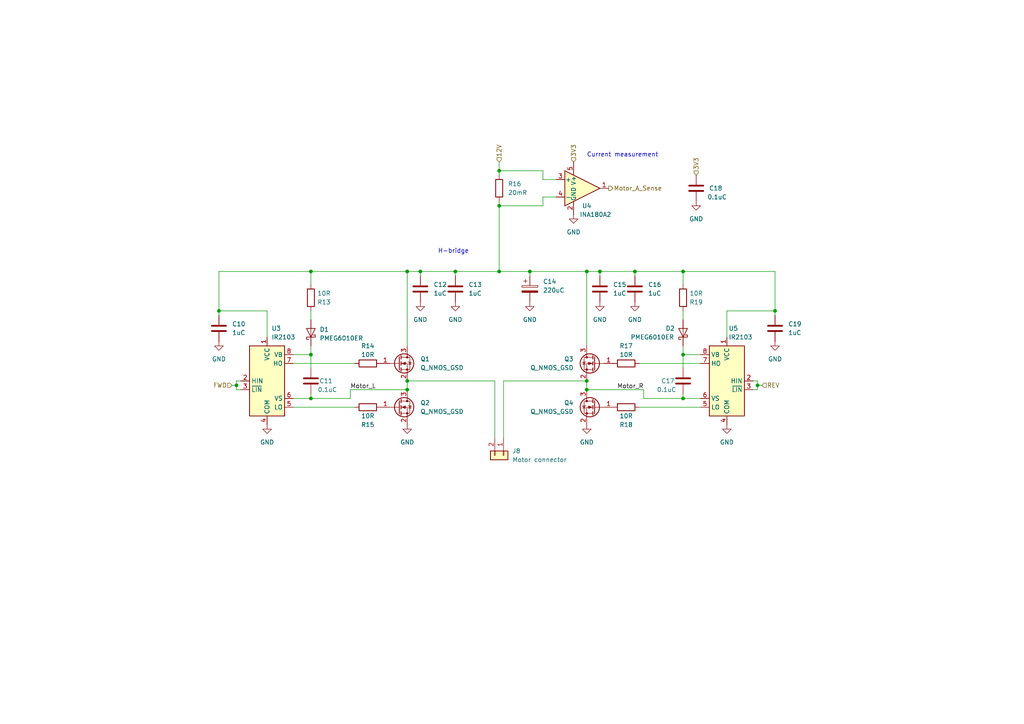
<source format=kicad_sch>
(kicad_sch (version 20211123) (generator eeschema)
  (paper "A4")
  (lib_symbols
    (symbol "Amplifier_Current:INA180A1" (pin_names (offset 0.127))
      (property "Reference" "U" (at 3.81 3.81 0))
      (property "Value" "INA180A1" (at 3.81 -2.54 0))
      (symbol "INA180A1_0_1"
        (polyline (pts (xy 5.08 0) (xy -5.08 5.08) (xy -5.08 -5.08) (xy 5.08 0)) (stroke (width 0.254)) (fill (type background)))
      )
      (symbol "INA180A1_1_1"
        (pin output line (at 7.62 0 180) (length 2.54) (name "~") (number "1"))
        (pin power_in line (at -2.54 -7.62 90) (length 3.81) (name "GND") (number "2"))
        (pin input line (at -7.62 2.54 0) (length 2.54) (name "+") (number "3"))
        (pin input line (at -7.62 -2.54 0) (length 2.54) (name "-") (number "4"))
        (pin power_in line (at -2.54 7.62 270) (length 3.81) (name "V+") (number "5"))
      )
    )
    (symbol "Connector_Generic:Conn_01x02" (pin_names (offset 1.016) hide)
      (property "Reference" "J" (at 0 2.54 0))
      (property "Value" "Conn_01x02" (at 0 -5.08 0))
      (symbol "Conn_01x02_1_1"
        (rectangle (start -1.27 -2.413) (end 0 -2.667) (stroke (width 0.1524)))
        (rectangle (start -1.27 0.127) (end 0 -0.127) (stroke (width 0.1524)))
        (rectangle (start -1.27 1.27) (end 1.27 -3.81) (stroke (width 0.254)) (fill (type background)))
        (pin passive line (at -5.08 0 0) (length 3.81) (name "Pin_1") (number "1"))
        (pin passive line (at -5.08 -2.54 0) (length 3.81) (name "Pin_2") (number "2"))
      )
    )
    (symbol "Device:C" (pin_numbers hide) (pin_names (offset 0.254))
      (property "Reference" "C" (at 0.635 2.54 0))
      (property "Value" "C" (at 0.635 -2.54 0))
      (symbol "C_0_1"
        (polyline (pts (xy -2.032 -0.762) (xy 2.032 -0.762)) (stroke (width 0.508)))
        (polyline (pts (xy -2.032 0.762) (xy 2.032 0.762)) (stroke (width 0.508)))
      )
      (symbol "C_1_1"
        (pin passive line (at 0 3.81 270) (length 2.794) (name "~") (number "1"))
        (pin passive line (at 0 -3.81 90) (length 2.794) (name "~") (number "2"))
      )
    )
    (symbol "Device:C_Polarized" (pin_numbers hide) (pin_names (offset 0.254))
      (property "Reference" "C" (at 0.635 2.54 0))
      (property "Value" "C_Polarized" (at 0.635 -2.54 0))
      (symbol "C_Polarized_0_1"
        (rectangle (start -2.286 0.508) (end 2.286 1.016))
        (polyline (pts (xy -1.778 2.286) (xy -0.762 2.286)))
        (polyline (pts (xy -1.27 2.794) (xy -1.27 1.778)))
        (rectangle (start 2.286 -0.508) (end -2.286 -1.016) (fill (type outline)))
      )
      (symbol "C_Polarized_1_1"
        (pin passive line (at 0 3.81 270) (length 2.794) (name "~") (number "1"))
        (pin passive line (at 0 -3.81 90) (length 2.794) (name "~") (number "2"))
      )
    )
    (symbol "Device:Q_NMOS_GSD" (pin_names (offset 0) hide)
      (property "Reference" "Q" (at 5.08 1.27 0))
      (property "Value" "Q_NMOS_GSD" (at 5.08 -1.27 0))
      (symbol "Q_NMOS_GSD_0_1"
        (polyline (pts (xy 0.254 0) (xy -2.54 0)))
        (polyline (pts (xy 0.254 1.905) (xy 0.254 -1.905)) (stroke (width 0.254)))
        (polyline (pts (xy 0.762 -1.27) (xy 0.762 -2.286)) (stroke (width 0.254)))
        (polyline (pts (xy 0.762 0.508) (xy 0.762 -0.508)) (stroke (width 0.254)))
        (polyline (pts (xy 0.762 2.286) (xy 0.762 1.27)) (stroke (width 0.254)))
        (polyline (pts (xy 2.54 2.54) (xy 2.54 1.778)))
        (polyline (pts (xy 2.54 -2.54) (xy 2.54 0) (xy 0.762 0)))
        (polyline (pts (xy 0.762 -1.778) (xy 3.302 -1.778) (xy 3.302 1.778) (xy 0.762 1.778)))
        (polyline (pts (xy 1.016 0) (xy 2.032 0.381) (xy 2.032 -0.381) (xy 1.016 0)) (fill (type outline)))
        (polyline (pts (xy 2.794 0.508) (xy 2.921 0.381) (xy 3.683 0.381) (xy 3.81 0.254)))
        (polyline (pts (xy 3.302 0.381) (xy 2.921 -0.254) (xy 3.683 -0.254) (xy 3.302 0.381)))
        (circle (center 1.651 0) (radius 2.794) (stroke (width 0.254)))
        (circle (center 2.54 -1.778) (radius 0.254) (fill (type outline)))
        (circle (center 2.54 1.778) (radius 0.254) (fill (type outline)))
      )
      (symbol "Q_NMOS_GSD_1_1"
        (pin input line (at -5.08 0 0) (length 2.54) (name "G") (number "1"))
        (pin passive line (at 2.54 -5.08 90) (length 2.54) (name "S") (number "2"))
        (pin passive line (at 2.54 5.08 270) (length 2.54) (name "D") (number "3"))
      )
    )
    (symbol "Device:R" (pin_numbers hide) (pin_names (offset 0))
      (property "Reference" "R" (at 2.032 0 90))
      (property "Value" "R" (at 0 0 90))
      (symbol "R_0_1"
        (rectangle (start -1.016 -2.54) (end 1.016 2.54) (stroke (width 0.254)))
      )
      (symbol "R_1_1"
        (pin passive line (at 0 3.81 270) (length 1.27) (name "~") (number "1"))
        (pin passive line (at 0 -3.81 90) (length 1.27) (name "~") (number "2"))
      )
    )
    (symbol "Diode:PMEG6010ER" (pin_numbers hide) (pin_names hide)
      (property "Reference" "D" (at 0 2.54 0))
      (property "Value" "PMEG6010ER" (at 0 -2.54 0))
      (symbol "PMEG6010ER_0_1"
        (polyline (pts (xy 1.27 0) (xy -1.27 0)))
        (polyline (pts (xy 1.27 1.27) (xy 1.27 -1.27) (xy -1.27 0) (xy 1.27 1.27)) (stroke (width 0.2032)))
        (polyline (pts (xy -1.905 0.635) (xy -1.905 1.27) (xy -1.27 1.27) (xy -1.27 -1.27) (xy -0.635 -1.27) (xy -0.635 -0.635)) (stroke (width 0.2032)))
      )
      (symbol "PMEG6010ER_1_1"
        (pin passive line (at -3.81 0 0) (length 2.54) (name "K") (number "1"))
        (pin passive line (at 3.81 0 180) (length 2.54) (name "A") (number "2"))
      )
    )
    (symbol "Driver_FET:IR2103"
      (property "Reference" "U" (at 1.27 13.335 0))
      (property "Value" "IR2103" (at 1.27 11.43 0))
      (symbol "IR2103_0_1"
        (rectangle (start -5.08 -10.16) (end 5.08 10.16) (stroke (width 0.254)) (fill (type background)))
      )
      (symbol "IR2103_1_1"
        (pin power_in line (at 0 12.7 270) (length 2.54) (name "VCC") (number "1"))
        (pin input line (at -7.62 0 0) (length 2.54) (name "HIN") (number "2"))
        (pin input line (at -7.62 -2.54 0) (length 2.54) (name "~{LIN}") (number "3"))
        (pin power_in line (at 0 -12.7 90) (length 2.54) (name "COM") (number "4"))
        (pin output line (at 7.62 -7.62 180) (length 2.54) (name "LO") (number "5"))
        (pin passive line (at 7.62 -5.08 180) (length 2.54) (name "VS") (number "6"))
        (pin output line (at 7.62 5.08 180) (length 2.54) (name "HO") (number "7"))
        (pin passive line (at 7.62 7.62 180) (length 2.54) (name "VB") (number "8"))
      )
    )
    (symbol "power:GND" (power) (pin_names (offset 0))
      (property "Value" "GND" (at 0 -3.81 0))
      (symbol "GND_0_1"
        (polyline (pts (xy 0 0) (xy 0 -1.27) (xy 1.27 -1.27) (xy 0 -2.54) (xy -1.27 -1.27) (xy 0 -1.27)))
      )
      (symbol "GND_1_1"
        (pin power_in line (at 0 0 270) (length 0) hide (name "GND") (number "1"))
      )
    )
  )
  (junction (at 170.18 78.74))
  (junction (at 173.99 78.74))
  (junction (at 170.18 110.49))
  (junction (at 184.15 78.74))
  (junction (at 118.11 110.49))
  (junction (at 144.78 59.69))
  (junction (at 198.12 102.87))
  (junction (at 121.92 78.74))
  (junction (at 170.18 113.03))
  (junction (at 63.5 90.17))
  (junction (at 118.11 113.03))
  (junction (at 132.08 78.74))
  (junction (at 198.12 78.74))
  (junction (at 68.58 111.76))
  (junction (at 144.78 78.74))
  (junction (at 118.11 78.74))
  (junction (at 198.12 115.57))
  (junction (at 90.17 78.74))
  (junction (at 224.79 90.17))
  (junction (at 90.17 115.57))
  (junction (at 219.71 111.76))
  (junction (at 144.78 49.53))
  (junction (at 90.17 102.87))
  (junction (at 153.67 78.74))
  (wire (pts (xy 203.2 115.57) (xy 198.12 115.57)))
  (wire (pts (xy 184.15 80.01) (xy 184.15 78.74)))
  (wire (pts (xy 198.12 115.57) (xy 186.69 115.57)))
  (wire (pts (xy 101.6 115.57) (xy 90.17 115.57)))
  (wire (pts (xy 198.12 114.3) (xy 198.12 115.57)))
  (wire (pts (xy 186.69 115.57) (xy 186.69 113.03)))
  (wire (pts (xy 144.78 59.69) (xy 144.78 78.74)))
  (wire (pts (xy 90.17 90.17) (xy 90.17 92.71)))
  (wire (pts (xy 146.05 110.49) (xy 170.18 110.49)))
  (wire (pts (xy 218.44 113.03) (xy 219.71 113.03)))
  (wire (pts (xy 144.78 78.74) (xy 153.67 78.74)))
  (wire (pts (xy 224.79 90.17) (xy 224.79 91.44)))
  (wire (pts (xy 210.82 97.79) (xy 210.82 90.17)))
  (wire (pts (xy 68.58 110.49) (xy 68.58 111.76)))
  (wire (pts (xy 144.78 49.53) (xy 144.78 46.99)))
  (wire (pts (xy 219.71 110.49) (xy 218.44 110.49)))
  (wire (pts (xy 198.12 102.87) (xy 203.2 102.87)))
  (wire (pts (xy 198.12 102.87) (xy 198.12 106.68)))
  (wire (pts (xy 198.12 100.33) (xy 198.12 102.87)))
  (wire (pts (xy 118.11 110.49) (xy 118.11 113.03)))
  (wire (pts (xy 118.11 110.49) (xy 143.51 110.49)))
  (wire (pts (xy 161.29 57.15) (xy 157.48 57.15)))
  (wire (pts (xy 144.78 58.42) (xy 144.78 59.69)))
  (wire (pts (xy 219.71 110.49) (xy 219.71 111.76)))
  (wire (pts (xy 69.85 113.03) (xy 68.58 113.03)))
  (wire (pts (xy 219.71 111.76) (xy 220.98 111.76)))
  (wire (pts (xy 157.48 57.15) (xy 157.48 59.69)))
  (wire (pts (xy 224.79 78.74) (xy 224.79 90.17)))
  (wire (pts (xy 157.48 52.07) (xy 157.48 49.53)))
  (wire (pts (xy 77.47 97.79) (xy 77.47 90.17)))
  (wire (pts (xy 198.12 78.74) (xy 198.12 82.55)))
  (wire (pts (xy 144.78 50.8) (xy 144.78 49.53)))
  (wire (pts (xy 90.17 78.74) (xy 90.17 82.55)))
  (wire (pts (xy 170.18 113.03) (xy 186.69 113.03)))
  (wire (pts (xy 157.48 59.69) (xy 144.78 59.69)))
  (wire (pts (xy 210.82 90.17) (xy 224.79 90.17)))
  (wire (pts (xy 157.48 49.53) (xy 144.78 49.53)))
  (wire (pts (xy 198.12 78.74) (xy 224.79 78.74)))
  (wire (pts (xy 85.09 105.41) (xy 102.87 105.41)))
  (wire (pts (xy 63.5 90.17) (xy 63.5 91.44)))
  (wire (pts (xy 143.51 110.49) (xy 143.51 127)))
  (wire (pts (xy 90.17 115.57) (xy 85.09 115.57)))
  (wire (pts (xy 121.92 78.74) (xy 121.92 80.01)))
  (wire (pts (xy 185.42 118.11) (xy 203.2 118.11)))
  (wire (pts (xy 153.67 78.74) (xy 153.67 80.01)))
  (wire (pts (xy 132.08 78.74) (xy 144.78 78.74)))
  (wire (pts (xy 67.31 111.76) (xy 68.58 111.76)))
  (wire (pts (xy 118.11 78.74) (xy 118.11 100.33)))
  (wire (pts (xy 85.09 118.11) (xy 102.87 118.11)))
  (wire (pts (xy 118.11 78.74) (xy 121.92 78.74)))
  (wire (pts (xy 184.15 78.74) (xy 198.12 78.74)))
  (wire (pts (xy 101.6 113.03) (xy 101.6 115.57)))
  (wire (pts (xy 173.99 78.74) (xy 170.18 78.74)))
  (wire (pts (xy 77.47 90.17) (xy 63.5 90.17)))
  (wire (pts (xy 219.71 111.76) (xy 219.71 113.03)))
  (wire (pts (xy 198.12 90.17) (xy 198.12 92.71)))
  (wire (pts (xy 90.17 78.74) (xy 118.11 78.74)))
  (wire (pts (xy 63.5 78.74) (xy 90.17 78.74)))
  (wire (pts (xy 63.5 78.74) (xy 63.5 90.17)))
  (wire (pts (xy 90.17 100.33) (xy 90.17 102.87)))
  (wire (pts (xy 170.18 78.74) (xy 170.18 100.33)))
  (wire (pts (xy 118.11 113.03) (xy 101.6 113.03)))
  (wire (pts (xy 90.17 102.87) (xy 90.17 106.68)))
  (wire (pts (xy 173.99 78.74) (xy 173.99 80.01)))
  (wire (pts (xy 185.42 105.41) (xy 203.2 105.41)))
  (wire (pts (xy 184.15 78.74) (xy 173.99 78.74)))
  (wire (pts (xy 68.58 111.76) (xy 68.58 113.03)))
  (wire (pts (xy 170.18 110.49) (xy 170.18 113.03)))
  (wire (pts (xy 68.58 110.49) (xy 69.85 110.49)))
  (wire (pts (xy 85.09 102.87) (xy 90.17 102.87)))
  (wire (pts (xy 161.29 52.07) (xy 157.48 52.07)))
  (wire (pts (xy 90.17 114.3) (xy 90.17 115.57)))
  (wire (pts (xy 153.67 78.74) (xy 170.18 78.74)))
  (wire (pts (xy 132.08 78.74) (xy 132.08 80.01)))
  (wire (pts (xy 121.92 78.74) (xy 132.08 78.74)))
  (wire (pts (xy 146.05 110.49) (xy 146.05 127)))
  (text "Current measurement" (at 170.18 45.72 0) (effects (font (size 1.27 1.27)) (justify left bottom)))
  (text "H-bridge" (at 127 73.66 0) (effects (font (size 1.27 1.27)) (justify left bottom)))
  (label "Motor_R" (at 186.69 113.03 180))
  (label "Motor_L" (at 101.6 113.03 0))
  (hierarchical_label "12V" (shape input) (at 144.78 46.99 90))
  (hierarchical_label "REV" (shape input) (at 220.98 111.76 0))
  (hierarchical_label "FWD" (shape input) (at 67.31 111.76 180))
  (hierarchical_label "Motor_A_Sense" (shape output) (at 176.53 54.61 0))
  (hierarchical_label "3V3" (shape input) (at 201.93 50.8 90))
  (hierarchical_label "3V3" (shape input) (at 166.37 46.99 90))
  (symbol (lib_id "power:GND") (at 173.99 87.63 0) (unit 1)
    (property "Reference" "#PWR042" (effects hide))
    (property "Value" "GND" (at 173.99 92.71 0))
  )
  (symbol (lib_id "Device:C") (at 224.79 95.25 0) (unit 1)
    (property "Reference" "C19" (at 228.6 93.9799 0) (effects (justify left)))
    (property "Value" "1uC" (at 228.6 96.5199 0) (effects (justify left)))
    (property "Footprint" "Capacitor_SMD:C_0805_2012Metric_Pad1.18x1.45mm_HandSolder" (effects hide))
    (property "Datasheet" "https://datasheet.lcsc.com/lcsc/1810201241_Murata-Electronics-GCM21BR71E105KA56L_C85865.pdf" (effects hide))
    (property "Manufacturer Part Number" "GCM21BR71E105KA56L" (effects hide))
  )
  (symbol (lib_id "Driver_FET:IR2103") (at 77.47 110.49 0) (unit 1)
    (property "Reference" "U3" (at 78.74 95.25 0) (effects (justify left)))
    (property "Value" "IR2103" (at 78.74 97.79 0) (effects (justify left)))
    (property "Footprint" "Package_SO:SOIC-8_3.9x4.9mm_P1.27mm" (effects hide))
    (property "Datasheet" "https://datasheet.lcsc.com/lcsc/1810041210_Infineon-Technologies-IR2103STRPBF_C2957.pdf" (effects hide))
    (property "Manufacturer Part Number" "IR2103STRPBF" (effects hide))
  )
  (symbol (lib_id "Device:R") (at 181.61 118.11 90) (unit 1)
    (property "Reference" "R18" (at 181.61 123.19 90))
    (property "Value" "10R" (at 181.61 120.65 90))
    (property "Footprint" "Resistor_SMD:R_0805_2012Metric_Pad1.20x1.40mm_HandSolder" (effects hide))
    (property "Datasheet" "https://datasheet.lcsc.com/lcsc/1810311320_YAGEO-AC0805JR-0710RL_C144537.pdf" (effects hide))
    (property "Manufacturer Part Number" "AC0805JR-0710RL" (effects hide))
  )
  (symbol (lib_id "Diode:PMEG6010ER") (at 198.12 96.52 90) (unit 1)
    (property "Reference" "D2" (at 193.04 95.25 90) (effects (justify right)))
    (property "Value" "PMEG6010ER" (at 182.88 97.79 90) (effects (justify right)))
    (property "Footprint" "Diode_SMD:Nexperia_CFP3_SOD-123W" (effects hide))
    (property "Datasheet" "https://datasheet.lcsc.com/lcsc/1912111437_Nexperia-PMEG6010ER-115_C456121.pdf" (effects hide))
    (property "Manufacturer Part Number" "PMEG6010ER,115" (effects hide))
  )
  (symbol (lib_id "power:GND") (at 170.18 123.19 0) (unit 1)
    (property "Reference" "#PWR041" (effects hide))
    (property "Value" "GND" (at 170.18 128.27 0))
  )
  (symbol (lib_id "Device:R") (at 106.68 118.11 90) (unit 1)
    (property "Reference" "R15" (at 106.68 123.19 90))
    (property "Value" "10R" (at 106.68 120.65 90))
    (property "Footprint" "Resistor_SMD:R_0805_2012Metric_Pad1.20x1.40mm_HandSolder" (effects hide))
    (property "Datasheet" "https://datasheet.lcsc.com/lcsc/1810311320_YAGEO-AC0805JR-0710RL_C144537.pdf" (effects hide))
    (property "Manufacturer Part Number" "AC0805JR-0710RL" (effects hide))
  )
  (symbol (lib_id "power:GND") (at 166.37 62.23 0) (unit 1)
    (property "Reference" "#PWR040" (effects hide))
    (property "Value" "GND" (at 166.37 67.31 0))
  )
  (symbol (lib_id "Driver_FET:IR2103") (at 210.82 110.49 0) (mirror y) (unit 1)
    (property "Reference" "U5" (at 211.3406 95.25 0) (effects (justify right)))
    (property "Value" "IR2103" (at 211.3406 97.79 0) (effects (justify right)))
    (property "Footprint" "Package_SO:SOIC-8_3.9x4.9mm_P1.27mm" (effects hide))
    (property "Datasheet" "https://datasheet.lcsc.com/lcsc/1810041210_Infineon-Technologies-IR2103STRPBF_C2957.pdf" (effects hide))
    (property "Manufacturer Part Number" "IR2103STRPBF" (effects hide))
  )
  (symbol (lib_id "Connector_Generic:Conn_01x02") (at 146.05 132.08 270) (unit 1)
    (property "Reference" "J8" (at 148.59 130.8099 90) (effects (justify left)))
    (property "Value" "Motor connector" (at 148.59 133.3499 90) (effects (justify left)))
    (property "Footprint" "Connector_custom:HC-2510-2A" (effects hide))
    (property "Datasheet" "https://datasheet.lcsc.com/lcsc/2203111830_HCTL-HC-2510-2A_C2982031.pdf" (effects hide))
    (property "Manufacturer Part Number" "HC-2510-2A" (effects hide))
  )
  (symbol (lib_id "power:GND") (at 118.11 123.19 0) (unit 1)
    (property "Reference" "#PWR036" (effects hide))
    (property "Value" "GND" (at 118.11 128.27 0))
  )
  (symbol (lib_id "Device:C") (at 201.93 54.61 0) (mirror y) (unit 1)
    (property "Reference" "C18" (at 209.55 54.61 0) (effects (justify left)))
    (property "Value" "0.1uC" (at 210.82 57.15 0) (effects (justify left)))
    (property "Footprint" "Capacitor_SMD:C_0805_2012Metric_Pad1.18x1.45mm_HandSolder" (effects hide))
    (property "Datasheet" "https://datasheet.lcsc.com/lcsc/2006111832_YAGEO-CC0805KRX7R8BB104_C519981.pdf" (effects hide))
    (property "Manufacturer Part Number" "CC0805KRX7R8BB104" (effects hide))
  )
  (symbol (lib_id "Device:C") (at 90.17 110.49 0) (mirror y) (unit 1)
    (property "Reference" "C11" (at 96.52 110.49 0) (effects (justify left)))
    (property "Value" "0.1uC" (at 97.79 113.03 0) (effects (justify left)))
    (property "Footprint" "Capacitor_SMD:C_0805_2012Metric_Pad1.18x1.45mm_HandSolder" (effects hide))
    (property "Datasheet" "https://datasheet.lcsc.com/lcsc/2006111832_YAGEO-CC0805KRX7R8BB104_C519981.pdf" (effects hide))
    (property "Manufacturer Part Number" "CC0805KRX7R8BB104" (effects hide))
  )
  (symbol (lib_id "power:GND") (at 77.47 123.19 0) (unit 1)
    (property "Reference" "#PWR035" (effects hide))
    (property "Value" "GND" (at 77.47 128.27 0))
  )
  (symbol (lib_id "Device:Q_NMOS_GSD") (at 115.57 118.11 0) (unit 1)
    (property "Reference" "Q2" (at 121.92 116.8399 0) (effects (justify left)))
    (property "Value" "Q_NMOS_GSD" (at 121.92 119.3799 0) (effects (justify left)))
    (property "Footprint" "Package_TO_SOT_SMD:SOT-23" (effects hide))
  )
  (symbol (lib_id "Device:C") (at 184.15 83.82 0) (unit 1)
    (property "Reference" "C16" (at 187.96 82.5499 0) (effects (justify left)))
    (property "Value" "1uC" (at 187.96 85.0899 0) (effects (justify left)))
    (property "Footprint" "Capacitor_SMD:C_0805_2012Metric_Pad1.18x1.45mm_HandSolder" (effects hide))
    (property "Datasheet" "https://datasheet.lcsc.com/lcsc/1810201241_Murata-Electronics-GCM21BR71E105KA56L_C85865.pdf" (effects hide))
    (property "Manufacturer Part Number" "GCM21BR71E105KA56L" (effects hide))
  )
  (symbol (lib_id "Device:Q_NMOS_GSD") (at 172.72 118.11 0) (mirror y) (unit 1)
    (property "Reference" "Q4" (at 166.37 116.8399 0) (effects (justify left)))
    (property "Value" "Q_NMOS_GSD" (at 166.37 119.3799 0) (effects (justify left)))
    (property "Footprint" "Package_TO_SOT_SMD:SOT-23" (effects hide))
  )
  (symbol (lib_id "Device:C") (at 132.08 83.82 0) (unit 1)
    (property "Reference" "C13" (at 135.89 82.5499 0) (effects (justify left)))
    (property "Value" "1uC" (at 135.89 85.0899 0) (effects (justify left)))
    (property "Footprint" "Capacitor_SMD:C_0805_2012Metric_Pad1.18x1.45mm_HandSolder" (effects hide))
    (property "Datasheet" "https://datasheet.lcsc.com/lcsc/1810201241_Murata-Electronics-GCM21BR71E105KA56L_C85865.pdf" (effects hide))
    (property "Manufacturer Part Number" "GCM21BR71E105KA56L" (effects hide))
  )
  (symbol (lib_id "Device:R") (at 90.17 86.36 0) (unit 1)
    (property "Reference" "R13" (at 93.98 87.63 0))
    (property "Value" "10R" (at 93.98 85.09 0))
    (property "Footprint" "Resistor_SMD:R_0805_2012Metric_Pad1.20x1.40mm_HandSolder" (effects hide))
    (property "Datasheet" "https://datasheet.lcsc.com/lcsc/1810311320_YAGEO-AC0805JR-0710RL_C144537.pdf" (effects hide))
    (property "Manufacturer Part Number" "AC0805JR-0710RL" (effects hide))
  )
  (symbol (lib_id "Device:R") (at 144.78 54.61 180) (unit 1)
    (property "Reference" "R16" (at 147.32 53.3399 0) (effects (justify right)))
    (property "Value" "20mR" (at 147.32 55.8799 0) (effects (justify right)))
    (property "Footprint" "Resistor_SMD:R_2512_6332Metric_Pad1.40x3.35mm_HandSolder" (effects hide))
    (property "Datasheet" "https://datasheet.lcsc.com/lcsc/1912111437_YAGEO-RL2512FK-070R02L_C326611.pdf" (effects hide))
    (property "Manufacturer Part Number" "RL2512FK-070R02L" (effects hide))
  )
  (symbol (lib_id "power:GND") (at 121.92 87.63 0) (unit 1)
    (property "Reference" "#PWR037" (effects hide))
    (property "Value" "GND" (at 121.92 92.71 0))
  )
  (symbol (lib_id "Device:Q_NMOS_GSD") (at 172.72 105.41 0) (mirror y) (unit 1)
    (property "Reference" "Q3" (at 166.37 104.1399 0) (effects (justify left)))
    (property "Value" "Q_NMOS_GSD" (at 166.37 106.6799 0) (effects (justify left)))
    (property "Footprint" "Package_TO_SOT_SMD:SOT-23" (effects hide))
  )
  (symbol (lib_id "Device:C_Polarized") (at 153.67 83.82 0) (unit 1)
    (property "Reference" "C14" (at 157.48 81.6609 0) (effects (justify left)))
    (property "Value" "220uC" (at 157.48 84.2009 0) (effects (justify left)))
    (property "Footprint" "Capacitor_THT:CP_Radial_D8.0mm_P3.50mm" (effects hide))
    (property "Datasheet" "https://datasheet.lcsc.com/lcsc/1912111437_Rubycon-25YXF220MEFC8X11-5_C368593.pdf" (effects hide))
    (property "Manufacturer Part Number" "25YXF220MEFC8X11.5" (effects hide))
  )
  (symbol (lib_id "power:GND") (at 201.93 58.42 0) (unit 1)
    (property "Reference" "#PWR044" (effects hide))
    (property "Value" "GND" (at 201.93 63.5 0))
  )
  (symbol (lib_id "Amplifier_Current:INA180A1") (at 168.91 54.61 0) (unit 1)
    (property "Reference" "U4" (at 170.18 59.69 0))
    (property "Value" "INA180A2" (at 172.72 62.23 0))
    (property "Footprint" "Package_TO_SOT_SMD:SOT-23-5_HandSoldering" (effects hide))
    (property "Datasheet" "http://www.ti.com/lit/ds/symlink/ina180.pdf" (effects hide))
    (property "Manufacturer Part Number" "INA180A2IDBVR" (effects hide))
  )
  (symbol (lib_id "Device:C") (at 198.12 110.49 0) (unit 1)
    (property "Reference" "C17" (at 191.77 110.49 0) (effects (justify left)))
    (property "Value" "0.1uC" (at 190.5 113.03 0) (effects (justify left)))
    (property "Footprint" "Capacitor_SMD:C_0805_2012Metric_Pad1.18x1.45mm_HandSolder" (effects hide))
    (property "Datasheet" "https://datasheet.lcsc.com/lcsc/2006111832_YAGEO-CC0805KRX7R8BB104_C519981.pdf" (effects hide))
    (property "Manufacturer Part Number" "CC0805KRX7R8BB104" (effects hide))
  )
  (symbol (lib_id "Device:C") (at 173.99 83.82 0) (unit 1)
    (property "Reference" "C15" (at 177.8 82.5499 0) (effects (justify left)))
    (property "Value" "1uC" (at 177.8 85.0899 0) (effects (justify left)))
    (property "Footprint" "Capacitor_SMD:C_0805_2012Metric_Pad1.18x1.45mm_HandSolder" (effects hide))
    (property "Datasheet" "https://datasheet.lcsc.com/lcsc/1810201241_Murata-Electronics-GCM21BR71E105KA56L_C85865.pdf" (effects hide))
    (property "Manufacturer Part Number" "GCM21BR71E105KA56L" (effects hide))
  )
  (symbol (lib_id "power:GND") (at 153.67 87.63 0) (unit 1)
    (property "Reference" "#PWR039" (effects hide))
    (property "Value" "GND" (at 153.67 92.71 0))
  )
  (symbol (lib_id "power:GND") (at 184.15 87.63 0) (unit 1)
    (property "Reference" "#PWR043" (effects hide))
    (property "Value" "GND" (at 184.15 92.71 0))
  )
  (symbol (lib_id "Device:R") (at 181.61 105.41 90) (unit 1)
    (property "Reference" "R17" (at 181.61 100.33 90))
    (property "Value" "10R" (at 181.61 102.87 90))
    (property "Footprint" "Resistor_SMD:R_0805_2012Metric_Pad1.20x1.40mm_HandSolder" (effects hide))
    (property "Datasheet" "https://datasheet.lcsc.com/lcsc/1810311320_YAGEO-AC0805JR-0710RL_C144537.pdf" (effects hide))
    (property "Manufacturer Part Number" "AC0805JR-0710RL" (effects hide))
  )
  (symbol (lib_id "Device:R") (at 198.12 86.36 0) (unit 1)
    (property "Reference" "R19" (at 201.93 87.63 0))
    (property "Value" "10R" (at 201.93 85.09 0))
    (property "Footprint" "Resistor_SMD:R_0805_2012Metric_Pad1.20x1.40mm_HandSolder" (effects hide))
    (property "Datasheet" "https://datasheet.lcsc.com/lcsc/1810311320_YAGEO-AC0805JR-0710RL_C144537.pdf" (effects hide))
    (property "Manufacturer Part Number" "AC0805JR-0710RL" (effects hide))
  )
  (symbol (lib_id "Diode:PMEG6010ER") (at 90.17 96.52 90) (unit 1)
    (property "Reference" "D1" (at 92.71 95.5674 90) (effects (justify right)))
    (property "Value" "PMEG6010ER" (at 92.71 98.1074 90) (effects (justify right)))
    (property "Footprint" "Diode_SMD:Nexperia_CFP3_SOD-123W" (effects hide))
    (property "Datasheet" "https://datasheet.lcsc.com/lcsc/1912111437_Nexperia-PMEG6010ER-115_C456121.pdf" (effects hide))
    (property "Manufacturer Part Number" "PMEG6010ER,115" (effects hide))
  )
  (symbol (lib_id "Device:R") (at 106.68 105.41 90) (unit 1)
    (property "Reference" "R14" (at 106.68 100.33 90))
    (property "Value" "10R" (at 106.68 102.87 90))
    (property "Footprint" "Resistor_SMD:R_0805_2012Metric_Pad1.20x1.40mm_HandSolder" (effects hide))
    (property "Datasheet" "https://datasheet.lcsc.com/lcsc/1810311320_YAGEO-AC0805JR-0710RL_C144537.pdf" (effects hide))
    (property "Manufacturer Part Number" "AC0805JR-0710RL" (effects hide))
  )
  (symbol (lib_id "Device:C") (at 121.92 83.82 0) (unit 1)
    (property "Reference" "C12" (at 125.73 82.5499 0) (effects (justify left)))
    (property "Value" "1uC" (at 125.73 85.0899 0) (effects (justify left)))
    (property "Footprint" "Capacitor_SMD:C_0805_2012Metric_Pad1.18x1.45mm_HandSolder" (effects hide))
    (property "Datasheet" "https://datasheet.lcsc.com/lcsc/1810201241_Murata-Electronics-GCM21BR71E105KA56L_C85865.pdf" (effects hide))
    (property "Manufacturer Part Number" "GCM21BR71E105KA56L" (effects hide))
  )
  (symbol (lib_id "power:GND") (at 210.82 123.19 0) (unit 1)
    (property "Reference" "#PWR045" (effects hide))
    (property "Value" "GND" (at 210.82 128.27 0))
  )
  (symbol (lib_id "power:GND") (at 224.79 99.06 0) (unit 1)
    (property "Reference" "#PWR046" (effects hide))
    (property "Value" "GND" (at 224.79 104.14 0))
  )
  (symbol (lib_id "power:GND") (at 132.08 87.63 0) (unit 1)
    (property "Reference" "#PWR038" (effects hide))
    (property "Value" "GND" (at 132.08 92.71 0))
  )
  (symbol (lib_id "Device:Q_NMOS_GSD") (at 115.57 105.41 0) (unit 1)
    (property "Reference" "Q1" (at 121.92 104.1399 0) (effects (justify left)))
    (property "Value" "Q_NMOS_GSD" (at 121.92 106.6799 0) (effects (justify left)))
    (property "Footprint" "Package_TO_SOT_SMD:SOT-23" (effects hide))
  )
  (symbol (lib_id "Device:C") (at 63.5 95.25 0) (unit 1)
    (property "Reference" "C10" (at 67.31 93.9799 0) (effects (justify left)))
    (property "Value" "1uC" (at 67.31 96.5199 0) (effects (justify left)))
    (property "Footprint" "Capacitor_SMD:C_0805_2012Metric_Pad1.18x1.45mm_HandSolder" (effects hide))
    (property "Datasheet" "https://datasheet.lcsc.com/lcsc/1810201241_Murata-Electronics-GCM21BR71E105KA56L_C85865.pdf" (effects hide))
    (property "Manufacturer Part Number" "GCM21BR71E105KA56L" (effects hide))
  )
  (symbol (lib_id "power:GND") (at 63.5 99.06 0) (unit 1)
    (property "Reference" "#PWR034" (effects hide))
    (property "Value" "GND" (at 63.5 104.14 0))
  )
)
</source>
